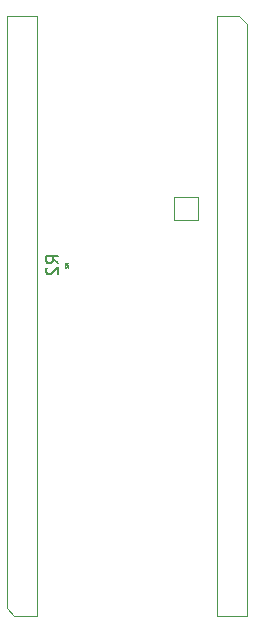
<source format=gbr>
G04 #@! TF.GenerationSoftware,KiCad,Pcbnew,(5.1.10)-1*
G04 #@! TF.CreationDate,2021-11-11T08:54:43+00:00*
G04 #@! TF.ProjectId,EnvOpenPico,456e764f-7065-46e5-9069-636f2e6b6963,REV1*
G04 #@! TF.SameCoordinates,Original*
G04 #@! TF.FileFunction,Other,Fab,Bot*
%FSLAX46Y46*%
G04 Gerber Fmt 4.6, Leading zero omitted, Abs format (unit mm)*
G04 Created by KiCad (PCBNEW (5.1.10)-1) date 2021-11-11 08:54:43*
%MOMM*%
%LPD*%
G01*
G04 APERTURE LIST*
%ADD10C,0.120000*%
%ADD11C,0.100000*%
%ADD12C,0.150000*%
%ADD13C,0.040000*%
G04 APERTURE END LIST*
D10*
X107625000Y-74700000D02*
X107625000Y-72700000D01*
X107625000Y-72700000D02*
X109625000Y-72700000D01*
X109625000Y-72700000D02*
X109625000Y-74700000D01*
X109625000Y-74700000D02*
X107625000Y-74700000D01*
D11*
X113135000Y-57430000D02*
X111230000Y-57430000D01*
X111230000Y-57430000D02*
X111230000Y-108230000D01*
X111230000Y-108230000D02*
X113770000Y-108230000D01*
X113770000Y-108230000D02*
X113770000Y-58065000D01*
X113770000Y-58065000D02*
X113135000Y-57430000D01*
X94065000Y-108170000D02*
X95970000Y-108170000D01*
X95970000Y-108170000D02*
X95970000Y-57370000D01*
X95970000Y-57370000D02*
X93430000Y-57370000D01*
X93430000Y-57370000D02*
X93430000Y-107535000D01*
X93430000Y-107535000D02*
X94065000Y-108170000D01*
D12*
X97792380Y-78333333D02*
X97316190Y-78000000D01*
X97792380Y-77761904D02*
X96792380Y-77761904D01*
X96792380Y-78142857D01*
X96840000Y-78238095D01*
X96887619Y-78285714D01*
X96982857Y-78333333D01*
X97125714Y-78333333D01*
X97220952Y-78285714D01*
X97268571Y-78238095D01*
X97316190Y-78142857D01*
X97316190Y-77761904D01*
X96887619Y-78714285D02*
X96840000Y-78761904D01*
X96792380Y-78857142D01*
X96792380Y-79095238D01*
X96840000Y-79190476D01*
X96887619Y-79238095D01*
X96982857Y-79285714D01*
X97078095Y-79285714D01*
X97220952Y-79238095D01*
X97792380Y-78666666D01*
X97792380Y-79285714D01*
D13*
X98613095Y-78458333D02*
X98494047Y-78375000D01*
X98613095Y-78315476D02*
X98363095Y-78315476D01*
X98363095Y-78410714D01*
X98375000Y-78434523D01*
X98386904Y-78446428D01*
X98410714Y-78458333D01*
X98446428Y-78458333D01*
X98470238Y-78446428D01*
X98482142Y-78434523D01*
X98494047Y-78410714D01*
X98494047Y-78315476D01*
X98386904Y-78553571D02*
X98375000Y-78565476D01*
X98363095Y-78589285D01*
X98363095Y-78648809D01*
X98375000Y-78672619D01*
X98386904Y-78684523D01*
X98410714Y-78696428D01*
X98434523Y-78696428D01*
X98470238Y-78684523D01*
X98613095Y-78541666D01*
X98613095Y-78696428D01*
M02*

</source>
